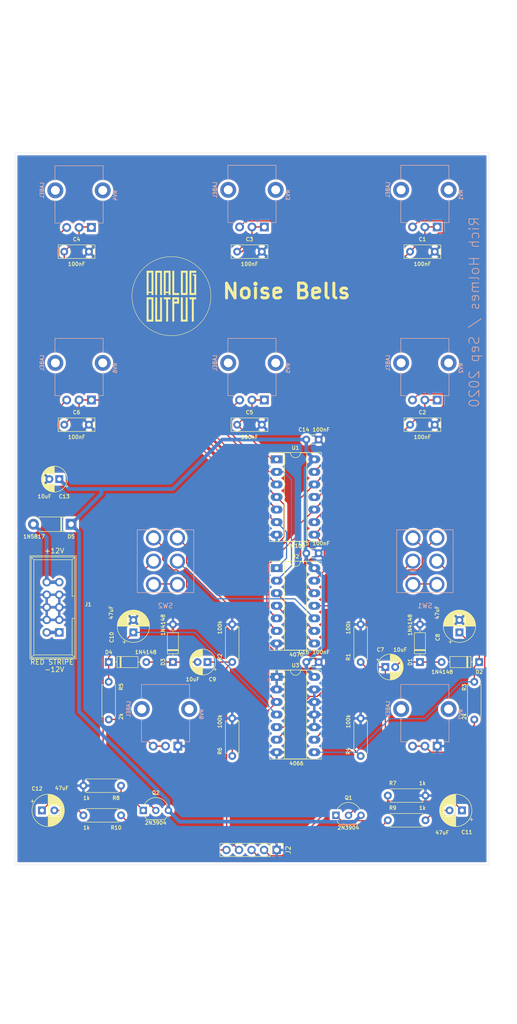
<source format=kicad_pcb>
(kicad_pcb (version 20171130) (host pcbnew 5.1.6-c6e7f7d~87~ubuntu20.04.1)
  (title_block (title "Noise Bells") (date 2020-09-05) (company "Rich Holmes / AnalogOutput"))
  (layers (0 F.Cu signal) (31 B.Cu signal) (34 B.Paste user) (35 F.Paste user) (36 B.SilkS user) (37 F.SilkS user) (38 B.Mask user) (39 F.Mask user) (44 Edge.Cuts user))
  (net 0 "")
  (net 1 GND)
  (net 2 "Net-(C1-Pad1)")
  (net 3 "Net-(C2-Pad1)")
  (net 4 "Net-(C3-Pad1)")
  (net 5 "Net-(C4-Pad1)")
  (net 6 "Net-(C5-Pad1)")
  (net 7 "Net-(C6-Pad1)")
  (net 8 "Net-(C7-Pad2)")
  (net 9 "Net-(C8-Pad1)")
  (net 10 "Net-(C9-Pad2)")
  (net 11 "Net-(C10-Pad1)")
  (net 12 "Net-(C11-Pad2)")
  (net 13 "Net-(C11-Pad1)")
  (net 14 "Net-(C12-Pad2)")
  (net 15 "Net-(C12-Pad1)")
  (net 16 +12V)
  (net 17 "Net-(U2-Pad3)")
  (net 18 "Net-(RV1-Pad3)")
  (net 19 "Net-(RV2-Pad3)")
  (net 20 "Net-(RV3-Pad3)")
  (net 21 "Net-(RV4-Pad3)")
  (net 22 "Net-(RV5-Pad3)")
  (net 23 "Net-(RV6-Pad3)")
  (net 24 "Net-(SW1-Pad3)")
  (net 25 "Net-(SW1-Pad4)")
  (net 26 "Net-(SW1-Pad5)")
  (net 27 TRIGGER_A)
  (net 28 TRIGGER_B)
  (net 29 OUT_B)
  (net 30 OUT_A)
  (net 31 "Net-(Q1-Pad2)")
  (net 32 "Net-(Q2-Pad2)")
  (net 33 "Net-(R3-Pad2)")
  (net 34 "Net-(R4-Pad1)")
  (net 35 "Net-(R5-Pad2)")
  (net 36 "Net-(R6-Pad1)")
  (net 37 "Net-(SW2-Pad3)")
  (net 38 "Net-(U2-Pad4)")
  (net 39 "Net-(SW2-Pad1)")
  (net 40 "Net-(SW2-Pad2)")
  (net 41 "Net-(J1-Pad1)")
  (net 42 "Net-(D5-Pad2)")
  (module ao_tht:Potentiometer_Alpha_RD901F-40-00D_Single_Vertical_CircularHoles_centered (layer B.Cu) (at 189.5 177.9 90)
    (fp_text reference RV8 (at -1.05 7.3 -90) (layer B.SilkS) (effects (font (size 0.75 0.75)) (justify mirror)))
    (fp_text value 100k)
    (fp_text user LABEL (at 0 -7.5 90) (layer B.SilkS) (effects (font (size 0.75 0.75)) (justify mirror)))
    (pad 1 thru_hole rect (at -7.5 2.5) (size 1.8 1.8) (drill 1) (layers *.Cu *.Mask) (net 1 GND))
    (pad 2 thru_hole circle (at -7.5 0) (size 1.8 1.8) (drill 1) (layers *.Cu *.Mask) (net 35 "Net-(R5-Pad2)"))
    (pad 3 thru_hole circle (at -7.5 -2.5) (size 1.8 1.8) (drill 1) (layers *.Cu *.Mask) (net 35 "Net-(R5-Pad2)"))
    (pad "" thru_hole circle (at 0 -4.8) (size 3.24 3.24) (drill 1.8) (layers *.Cu *.Mask))
    (pad "" thru_hole circle (at 0 4.8) (size 3.24 3.24) (drill 1.8) (layers *.Cu *.Mask))
  )
  (module ao_tht:Potentiometer_Alpha_RD901F-40-00D_Single_Vertical_CircularHoles_centered (layer B.Cu) (at 242 177.9 90)
    (fp_text reference RV7 (at -1.05 7.3 -90) (layer B.SilkS) (effects (font (size 0.75 0.75)) (justify mirror)))
    (fp_text value 100k)
    (fp_text user LABEL (at 0 -7.5 90) (layer B.SilkS) (effects (font (size 0.75 0.75)) (justify mirror)))
    (pad 1 thru_hole rect (at -7.5 2.5) (size 1.8 1.8) (drill 1) (layers *.Cu *.Mask) (net 1 GND))
    (pad 2 thru_hole circle (at -7.5 0) (size 1.8 1.8) (drill 1) (layers *.Cu *.Mask) (net 33 "Net-(R3-Pad2)"))
    (pad 3 thru_hole circle (at -7.5 -2.5) (size 1.8 1.8) (drill 1) (layers *.Cu *.Mask) (net 33 "Net-(R3-Pad2)"))
    (pad "" thru_hole circle (at 0 -4.8) (size 3.24 3.24) (drill 1.8) (layers *.Cu *.Mask))
    (pad "" thru_hole circle (at 0 4.8) (size 3.24 3.24) (drill 1.8) (layers *.Cu *.Mask))
  )
  (module ao_tht:Potentiometer_Alpha_RD901F-40-00D_Single_Vertical_CircularHoles_centered (layer B.Cu) (at 172 107.9 90)
    (fp_text reference RV6 (at -1.05 7.3 -90) (layer B.SilkS) (effects (font (size 0.75 0.75)) (justify mirror)))
    (fp_text value 100k)
    (fp_text user LABEL (at 0 -7.5 90) (layer B.SilkS) (effects (font (size 0.75 0.75)) (justify mirror)))
    (pad 1 thru_hole rect (at -7.5 2.5) (size 1.8 1.8) (drill 1) (layers *.Cu *.Mask) (net 7 "Net-(C6-Pad1)"))
    (pad 2 thru_hole circle (at -7.5 0) (size 1.8 1.8) (drill 1) (layers *.Cu *.Mask) (net 7 "Net-(C6-Pad1)"))
    (pad 3 thru_hole circle (at -7.5 -2.5) (size 1.8 1.8) (drill 1) (layers *.Cu *.Mask) (net 23 "Net-(RV6-Pad3)"))
    (pad "" thru_hole circle (at 0 -4.8) (size 3.24 3.24) (drill 1.8) (layers *.Cu *.Mask))
    (pad "" thru_hole circle (at 0 4.8) (size 3.24 3.24) (drill 1.8) (layers *.Cu *.Mask))
  )
  (module ao_tht:Potentiometer_Alpha_RD901F-40-00D_Single_Vertical_CircularHoles_centered (layer B.Cu) (at 207 107.9 90)
    (fp_text reference RV5 (at -1.05 7.3 -90) (layer B.SilkS) (effects (font (size 0.75 0.75)) (justify mirror)))
    (fp_text value 100k)
    (fp_text user LABEL (at 0 -7.5 90) (layer B.SilkS) (effects (font (size 0.75 0.75)) (justify mirror)))
    (pad 1 thru_hole rect (at -7.5 2.5) (size 1.8 1.8) (drill 1) (layers *.Cu *.Mask) (net 6 "Net-(C5-Pad1)"))
    (pad 2 thru_hole circle (at -7.5 0) (size 1.8 1.8) (drill 1) (layers *.Cu *.Mask) (net 6 "Net-(C5-Pad1)"))
    (pad 3 thru_hole circle (at -7.5 -2.5) (size 1.8 1.8) (drill 1) (layers *.Cu *.Mask) (net 22 "Net-(RV5-Pad3)"))
    (pad "" thru_hole circle (at 0 -4.8) (size 3.24 3.24) (drill 1.8) (layers *.Cu *.Mask))
    (pad "" thru_hole circle (at 0 4.8) (size 3.24 3.24) (drill 1.8) (layers *.Cu *.Mask))
  )
  (module ao_tht:Potentiometer_Alpha_RD901F-40-00D_Single_Vertical_CircularHoles_centered (layer B.Cu) (at 172 73 90)
    (fp_text reference RV4 (at -1.05 7.3 -90) (layer B.SilkS) (effects (font (size 0.75 0.75)) (justify mirror)))
    (fp_text value 100k)
    (fp_text user LABEL (at 0 -7.5 90) (layer B.SilkS) (effects (font (size 0.75 0.75)) (justify mirror)))
    (pad 1 thru_hole rect (at -7.5 2.5) (size 1.8 1.8) (drill 1) (layers *.Cu *.Mask) (net 5 "Net-(C4-Pad1)"))
    (pad 2 thru_hole circle (at -7.5 0) (size 1.8 1.8) (drill 1) (layers *.Cu *.Mask) (net 5 "Net-(C4-Pad1)"))
    (pad 3 thru_hole circle (at -7.5 -2.5) (size 1.8 1.8) (drill 1) (layers *.Cu *.Mask) (net 21 "Net-(RV4-Pad3)"))
    (pad "" thru_hole circle (at 0 -4.8) (size 3.24 3.24) (drill 1.8) (layers *.Cu *.Mask))
    (pad "" thru_hole circle (at 0 4.8) (size 3.24 3.24) (drill 1.8) (layers *.Cu *.Mask))
  )
  (module ao_tht:Potentiometer_Alpha_RD901F-40-00D_Single_Vertical_CircularHoles_centered (layer B.Cu) (at 207 72.9 90)
    (fp_text reference RV3 (at -1.05 7.3 -90) (layer B.SilkS) (effects (font (size 0.75 0.75)) (justify mirror)))
    (fp_text value 100k)
    (fp_text user LABEL (at 0 -7.5 90) (layer B.SilkS) (effects (font (size 0.75 0.75)) (justify mirror)))
    (pad 1 thru_hole rect (at -7.5 2.5) (size 1.8 1.8) (drill 1) (layers *.Cu *.Mask) (net 4 "Net-(C3-Pad1)"))
    (pad 2 thru_hole circle (at -7.5 0) (size 1.8 1.8) (drill 1) (layers *.Cu *.Mask) (net 4 "Net-(C3-Pad1)"))
    (pad 3 thru_hole circle (at -7.5 -2.5) (size 1.8 1.8) (drill 1) (layers *.Cu *.Mask) (net 20 "Net-(RV3-Pad3)"))
    (pad "" thru_hole circle (at 0 -4.8) (size 3.24 3.24) (drill 1.8) (layers *.Cu *.Mask))
    (pad "" thru_hole circle (at 0 4.8) (size 3.24 3.24) (drill 1.8) (layers *.Cu *.Mask))
  )
  (module ao_tht:Potentiometer_Alpha_RD901F-40-00D_Single_Vertical_CircularHoles_centered (layer B.Cu) (at 242 107.9 90)
    (fp_text reference RV2 (at -1.05 7.3 -90) (layer B.SilkS) (effects (font (size 0.75 0.75)) (justify mirror)))
    (fp_text value 100k)
    (fp_text user LABEL (at 0 -7.5 90) (layer B.SilkS) (effects (font (size 0.75 0.75)) (justify mirror)))
    (pad 1 thru_hole rect (at -7.5 2.5) (size 1.8 1.8) (drill 1) (layers *.Cu *.Mask) (net 3 "Net-(C2-Pad1)"))
    (pad 2 thru_hole circle (at -7.5 0) (size 1.8 1.8) (drill 1) (layers *.Cu *.Mask) (net 3 "Net-(C2-Pad1)"))
    (pad 3 thru_hole circle (at -7.5 -2.5) (size 1.8 1.8) (drill 1) (layers *.Cu *.Mask) (net 19 "Net-(RV2-Pad3)"))
    (pad "" thru_hole circle (at 0 -4.8) (size 3.24 3.24) (drill 1.8) (layers *.Cu *.Mask))
    (pad "" thru_hole circle (at 0 4.8) (size 3.24 3.24) (drill 1.8) (layers *.Cu *.Mask))
  )
  (module ao_tht:Potentiometer_Alpha_RD901F-40-00D_Single_Vertical_CircularHoles_centered (layer B.Cu) (at 242 72.9 90)
    (fp_text reference RV1 (at -1.05 7.3 -90) (layer B.SilkS) (effects (font (size 0.75 0.75)) (justify mirror)))
    (fp_text value 100k)
    (fp_text user LABEL (at 0 -7.5 90) (layer B.SilkS) (effects (font (size 0.75 0.75)) (justify mirror)))
    (pad 1 thru_hole rect (at -7.5 2.5) (size 1.8 1.8) (drill 1) (layers *.Cu *.Mask) (net 2 "Net-(C1-Pad1)"))
    (pad 2 thru_hole circle (at -7.5 0) (size 1.8 1.8) (drill 1) (layers *.Cu *.Mask) (net 2 "Net-(C1-Pad1)"))
    (pad 3 thru_hole circle (at -7.5 -2.5) (size 1.8 1.8) (drill 1) (layers *.Cu *.Mask) (net 18 "Net-(RV1-Pad3)"))
    (pad "" thru_hole circle (at 0 -4.8) (size 3.24 3.24) (drill 1.8) (layers *.Cu *.Mask))
    (pad "" thru_hole circle (at 0 4.8) (size 3.24 3.24) (drill 1.8) (layers *.Cu *.Mask))
  )
  (module noisebells_panel:noisebells_holes (layer B.Cu) (at 207 143 180)
    (fp_text reference G*** hide)
    (fp_text value LOGO hide)
  )
  (module ao_tht:DIP-14_W7.62mm_Socket_LongPads (layer F.Cu) (at 212 171.4)
    (fp_text reference U3 (at 3.81 -2.33) (layer F.SilkS) (effects (font (size 0.75 0.75))))
    (fp_text value 4066)
    (fp_text user %V (at 4 17.5) (layer F.SilkS) (effects (font (size 0.75 0.75))))
    (pad 14 thru_hole oval (at 7.62 0) (size 2.4 1.6) (drill 0.8) (layers *.Cu *.Mask) (net 16 +12V))
    (pad 7 thru_hole oval (at 0 15.24) (size 2.4 1.6) (drill 0.8) (layers *.Cu *.Mask) (net 1 GND))
    (pad 13 thru_hole oval (at 7.62 2.54) (size 2.4 1.6) (drill 0.8) (layers *.Cu *.Mask) (net 1 GND))
    (pad 6 thru_hole oval (at 0 12.7) (size 2.4 1.6) (drill 0.8) (layers *.Cu *.Mask) (net 25 "Net-(SW1-Pad4)"))
    (pad 12 thru_hole oval (at 7.62 5.08) (size 2.4 1.6) (drill 0.8) (layers *.Cu *.Mask) (net 1 GND))
    (pad 5 thru_hole oval (at 0 10.16) (size 2.4 1.6) (drill 0.8) (layers *.Cu *.Mask) (net 39 "Net-(SW2-Pad1)"))
    (pad 11 thru_hole oval (at 7.62 7.62) (size 2.4 1.6) (drill 0.8) (layers *.Cu *.Mask) (net 1 GND))
    (pad 4 thru_hole oval (at 0 7.62) (size 2.4 1.6) (drill 0.8) (layers *.Cu *.Mask) (net 11 "Net-(C10-Pad1)"))
    (pad 10 thru_hole oval (at 7.62 10.16) (size 2.4 1.6) (drill 0.8) (layers *.Cu *.Mask) (net 1 GND))
    (pad 3 thru_hole oval (at 0 5.08) (size 2.4 1.6) (drill 0.8) (layers *.Cu *.Mask) (net 36 "Net-(R6-Pad1)"))
    (pad 9 thru_hole oval (at 7.62 12.7) (size 2.4 1.6) (drill 0.8) (layers *.Cu *.Mask) (net 34 "Net-(R4-Pad1)"))
    (pad 2 thru_hole oval (at 0 2.54) (size 2.4 1.6) (drill 0.8) (layers *.Cu *.Mask) (net 1 GND))
    (pad 8 thru_hole oval (at 7.62 15.24) (size 2.4 1.6) (drill 0.8) (layers *.Cu *.Mask) (net 9 "Net-(C8-Pad1)"))
    (pad 1 thru_hole rect (at 0 0) (size 2.4 1.6) (drill 0.8) (layers *.Cu *.Mask) (net 1 GND))
  )
  (module ao_tht:DPDT-toggle-switch-1M-seriesx (layer B.Cu) (at 189.5 148)
    (fp_text reference SW2 (at 0 9) (layer B.SilkS) (effects (justify mirror)))
    (fp_text value SW_DPDT_x2)
    (pad 4 thru_hole circle (at -2.415 -4.7) (size 3.1 3.1) (drill 2.1) (layers *.Cu *.Mask) (net 36 "Net-(R6-Pad1)"))
    (pad 5 thru_hole circle (at -2.415 0) (size 3.1 3.1) (drill 2.1) (layers *.Cu *.Mask) (net 32 "Net-(Q2-Pad2)"))
    (pad 6 thru_hole circle (at -2.415 4.7) (size 3.1 3.1) (drill 2.1) (layers *.Cu *.Mask) (net 37 "Net-(SW2-Pad3)"))
    (pad 1 thru_hole circle (at 2.415 -4.7) (size 3.1 3.1) (drill 2.1) (layers *.Cu *.Mask) (net 39 "Net-(SW2-Pad1)"))
    (pad 3 thru_hole circle (at 2.415 4.7) (size 3.1 3.1) (drill 2.1) (layers *.Cu *.Mask) (net 37 "Net-(SW2-Pad3)"))
    (pad 2 thru_hole circle (at 2.415 0) (size 3.1 3.1) (drill 2.1) (layers *.Cu *.Mask) (net 40 "Net-(SW2-Pad2)"))
  )
  (module ao_tht:R_Axial_DIN0207_L6.3mm_D2.5mm_P7.62mm_Horizontal (layer F.Cu) (at 234.5 200.4)
    (fp_text reference R9 (at 1 -2.5) (layer F.SilkS) (effects (font (size 0.75 0.75))))
    (fp_text value 1k (at 7 -2.5) (layer F.SilkS) (effects (font (size 0.75 0.75))))
    (pad 2 thru_hole oval (at 7.62 0) (size 1.6 1.6) (drill 0.8) (layers *.Cu *.Mask) (net 12 "Net-(C11-Pad2)"))
    (pad 1 thru_hole circle (at 0 0) (size 1.6 1.6) (drill 0.8) (layers *.Cu *.Mask) (net 30 OUT_A))
  )
  (module ao_tht:CP_Radial_D6.3mm_P2.50mm (layer F.Cu) (at 249 162.4 90)
    (fp_text reference C8 (at -1 -4.4 90) (layer F.SilkS) (effects (font (size 0.75 0.75))))
    (fp_text value 47uF)
    (fp_text user %V (at 4 -4.5 90) (layer F.SilkS) (effects (font (size 0.75 0.75))))
    (pad 2 thru_hole circle (at 2.5 0 90) (size 1.6 1.6) (drill 0.8) (layers *.Cu *.Mask) (net 1 GND))
    (pad 1 thru_hole rect (at 0 0 90) (size 1.6 1.6) (drill 0.8) (layers *.Cu *.Mask) (net 9 "Net-(C8-Pad1)"))
  )
  (module ao_tht:CP_Radial_D6.3mm_P2.50mm (layer F.Cu) (at 183 162.4 90)
    (fp_text reference C10 (at -1 -4.4 90) (layer F.SilkS) (effects (font (size 0.75 0.75))))
    (fp_text value 47uF)
    (fp_text user %V (at 4 -4.5 90) (layer F.SilkS) (effects (font (size 0.75 0.75))))
    (pad 2 thru_hole circle (at 2.5 0 90) (size 1.6 1.6) (drill 0.8) (layers *.Cu *.Mask) (net 1 GND))
    (pad 1 thru_hole rect (at 0 0 90) (size 1.6 1.6) (drill 0.8) (layers *.Cu *.Mask) (net 11 "Net-(C10-Pad1)"))
  )
  (module ao_tht:D_DO-41_SOD81_P7.62mm_Horizontal (layer F.Cu) (at 170.388 140.524 180)
    (fp_text reference D5 (at 0 -2.5) (layer F.SilkS) (effects (font (size 0.75 0.75))))
    (fp_text value 1N5817)
    (fp_text user %V (at 7.5 -2.5) (layer F.SilkS) (effects (font (size 0.75 0.75))))
    (pad 2 thru_hole oval (at 7.62 0 180) (size 2.2 2.2) (drill 1.1) (layers *.Cu *.Mask) (net 42 "Net-(D5-Pad2)"))
    (pad 1 thru_hole rect (at 0 0 180) (size 2.2 2.2) (drill 1.1) (layers *.Cu *.Mask) (net 16 +12V))
  )
  (module Connector_PinHeader_2.54mm:PinHeader_1x05_P2.54mm_Vertical (layer F.Cu) (at 212 206.4 270)
    (fp_text reference J2 (at 0 -2.33 90) (layer F.SilkS))
    (fp_text value Conn_01x05)
    (pad 5 thru_hole oval (at 0 10.16 270) (size 1.7 1.7) (drill 1) (layers *.Cu *.Mask) (net 29 OUT_B))
    (pad 4 thru_hole oval (at 0 7.62 270) (size 1.7 1.7) (drill 1) (layers *.Cu *.Mask) (net 28 TRIGGER_B))
    (pad 3 thru_hole oval (at 0 5.08 270) (size 1.7 1.7) (drill 1) (layers *.Cu *.Mask) (net 30 OUT_A))
    (pad 2 thru_hole oval (at 0 2.54 270) (size 1.7 1.7) (drill 1) (layers *.Cu *.Mask) (net 27 TRIGGER_A))
    (pad 1 thru_hole rect (at 0 0 270) (size 1.7 1.7) (drill 1) (layers *.Cu *.Mask) (net 1 GND))
  )
  (module ao_tht:C_Disc_D3.0mm_W1.6mm_P2.50mm (layer F.Cu) (at 218 168.4)
    (fp_text reference C16 (at -0.5 -2) (layer F.SilkS) (effects (font (size 0.75 0.75))))
    (fp_text value 100nF)
    (fp_text user %V (at 3 -2) (layer F.SilkS) (effects (font (size 0.75 0.75))))
    (pad 2 thru_hole circle (at 2.5 0) (size 1.6 1.6) (drill 0.8) (layers *.Cu *.Mask) (net 1 GND))
    (pad 1 thru_hole circle (at 0 0) (size 1.6 1.6) (drill 0.8) (layers *.Cu *.Mask) (net 16 +12V))
  )
  (module ao_tht:C_Disc_D3.0mm_W1.6mm_P2.50mm (layer F.Cu) (at 218 146.4)
    (fp_text reference C15 (at -0.5 -2) (layer F.SilkS) (effects (font (size 0.75 0.75))))
    (fp_text value 100nF)
    (fp_text user %V (at 3 -2) (layer F.SilkS) (effects (font (size 0.75 0.75))))
    (pad 2 thru_hole circle (at 2.5 0) (size 1.6 1.6) (drill 0.8) (layers *.Cu *.Mask) (net 1 GND))
    (pad 1 thru_hole circle (at 0 0) (size 1.6 1.6) (drill 0.8) (layers *.Cu *.Mask) (net 16 +12V))
  )
  (module ao_tht:R_Axial_DIN0207_L6.3mm_D2.5mm_P7.62mm_Horizontal (layer F.Cu) (at 180.5 199.4 180)
    (fp_text reference R10 (at 1 -2.5) (layer F.SilkS) (effects (font (size 0.75 0.75))))
    (fp_text value 1k (at 7 -2.5) (layer F.SilkS) (effects (font (size 0.75 0.75))))
    (pad 2 thru_hole oval (at 7.62 0 180) (size 1.6 1.6) (drill 0.8) (layers *.Cu *.Mask) (net 14 "Net-(C12-Pad2)"))
    (pad 1 thru_hole circle (at 0 0 180) (size 1.6 1.6) (drill 0.8) (layers *.Cu *.Mask) (net 29 OUT_B))
  )
  (module ao_tht:C_Rect_L7.2mm_W2.5mm_P5.00mm_FKS2_FKP2_MKS2_MKP2 (layer F.Cu) (at 169 120.4)
    (fp_text reference C6 (at 2.5 -2.5) (layer F.SilkS) (effects (font (size 0.75 0.75))))
    (fp_text value 100nF)
    (fp_text user %V (at 2.5 2.5) (layer F.SilkS) (effects (font (size 0.75 0.75))))
    (pad 2 thru_hole circle (at 5 0) (size 1.6 1.6) (drill 0.8) (layers *.Cu *.Mask) (net 1 GND))
    (pad 1 thru_hole circle (at 0 0) (size 1.6 1.6) (drill 0.8) (layers *.Cu *.Mask) (net 7 "Net-(C6-Pad1)"))
  )
  (module ao_tht:TO-92_Inline_Wide (layer F.Cu) (at 224 199.4)
    (fp_text reference Q1 (at 2.54 -3.56) (layer F.SilkS) (effects (font (size 0.75 0.75))))
    (fp_text value 2N3904)
    (fp_text user %V (at 2.5 2.5) (layer F.SilkS) (effects (font (size 0.75 0.75))))
    (pad 1 thru_hole rect (at 0 0 90) (size 1.5 1.5) (drill 0.8) (layers *.Cu *.Mask) (net 13 "Net-(C11-Pad1)"))
    (pad 3 thru_hole circle (at 5.08 0 90) (size 1.5 1.5) (drill 0.8) (layers *.Cu *.Mask) (net 16 +12V))
    (pad 2 thru_hole circle (at 2.54 0 90) (size 1.5 1.5) (drill 0.8) (layers *.Cu *.Mask) (net 31 "Net-(Q1-Pad2)"))
  )
  (module ao_tht:CP_Radial_D5.0mm_P2.00mm (layer F.Cu) (at 198 168.4 180)
    (fp_text reference C9 (at -1 -3.5) (layer F.SilkS) (effects (font (size 0.75 0.75))))
    (fp_text value 10uF)
    (fp_text user %V (at 3 -3.5) (layer F.SilkS) (effects (font (size 0.75 0.75))))
    (pad 2 thru_hole circle (at 2 0 180) (size 1.6 1.6) (drill 0.8) (layers *.Cu *.Mask) (net 10 "Net-(C9-Pad2)"))
    (pad 1 thru_hole rect (at 0 0 180) (size 1.6 1.6) (drill 0.8) (layers *.Cu *.Mask) (net 28 TRIGGER_B))
  )
  (module ao_tht:D_DO-35_SOD27_P7.62mm_Horizontal (layer F.Cu) (at 253 168.4 180)
    (fp_text reference D2 (at 0 -2) (layer F.SilkS) (effects (font (size 0.75 0.75))))
    (fp_text value 1N4148)
    (fp_text user %V (at 7.5 -2) (layer F.SilkS) (effects (font (size 0.75 0.75))))
    (pad 2 thru_hole oval (at 7.62 0 180) (size 1.6 1.6) (drill 0.8) (layers *.Cu *.Mask) (net 8 "Net-(C7-Pad2)"))
    (pad 1 thru_hole rect (at 0 0 180) (size 1.6 1.6) (drill 0.8) (layers *.Cu *.Mask) (net 9 "Net-(C8-Pad1)"))
  )
  (module ao_tht:R_Axial_DIN0207_L6.3mm_D2.5mm_P7.62mm_Horizontal (layer F.Cu) (at 229 168.4 90)
    (fp_text reference R1 (at 1 -2.5 90) (layer F.SilkS) (effects (font (size 0.75 0.75))))
    (fp_text value 100k (at 7 -2.5 90) (layer F.SilkS) (effects (font (size 0.75 0.75))))
    (pad 2 thru_hole oval (at 7.62 0 90) (size 1.6 1.6) (drill 0.8) (layers *.Cu *.Mask) (net 1 GND))
    (pad 1 thru_hole circle (at 0 0 90) (size 1.6 1.6) (drill 0.8) (layers *.Cu *.Mask) (net 27 TRIGGER_A))
  )
  (module ao_tht:DIP-14_W7.62mm_Socket_LongPads (layer F.Cu) (at 212 149.4)
    (fp_text reference U2 (at 3.81 -2.33) (layer F.SilkS) (effects (font (size 0.75 0.75))))
    (fp_text value 4070)
    (fp_text user %V (at 4 17.5) (layer F.SilkS) (effects (font (size 0.75 0.75))))
    (pad 14 thru_hole oval (at 7.62 0) (size 2.4 1.6) (drill 0.8) (layers *.Cu *.Mask) (net 16 +12V))
    (pad 7 thru_hole oval (at 0 15.24) (size 2.4 1.6) (drill 0.8) (layers *.Cu *.Mask) (net 1 GND))
    (pad 13 thru_hole oval (at 7.62 2.54) (size 2.4 1.6) (drill 0.8) (layers *.Cu *.Mask) (net 19 "Net-(RV2-Pad3)"))
    (pad 6 thru_hole oval (at 0 12.7) (size 2.4 1.6) (drill 0.8) (layers *.Cu *.Mask) (net 21 "Net-(RV4-Pad3)"))
    (pad 12 thru_hole oval (at 7.62 5.08) (size 2.4 1.6) (drill 0.8) (layers *.Cu *.Mask) (net 18 "Net-(RV1-Pad3)"))
    (pad 5 thru_hole oval (at 0 10.16) (size 2.4 1.6) (drill 0.8) (layers *.Cu *.Mask) (net 20 "Net-(RV3-Pad3)"))
    (pad 11 thru_hole oval (at 7.62 7.62) (size 2.4 1.6) (drill 0.8) (layers *.Cu *.Mask) (net 26 "Net-(SW1-Pad5)"))
    (pad 4 thru_hole oval (at 0 7.62) (size 2.4 1.6) (drill 0.8) (layers *.Cu *.Mask) (net 38 "Net-(U2-Pad4)"))
    (pad 10 thru_hole oval (at 7.62 10.16) (size 2.4 1.6) (drill 0.8) (layers *.Cu *.Mask) (net 40 "Net-(SW2-Pad2)"))
    (pad 3 thru_hole oval (at 0 5.08) (size 2.4 1.6) (drill 0.8) (layers *.Cu *.Mask) (net 17 "Net-(U2-Pad3)"))
    (pad 9 thru_hole oval (at 7.62 12.7) (size 2.4 1.6) (drill 0.8) (layers *.Cu *.Mask) (net 17 "Net-(U2-Pad3)"))
    (pad 2 thru_hole oval (at 0 2.54) (size 2.4 1.6) (drill 0.8) (layers *.Cu *.Mask) (net 22 "Net-(RV5-Pad3)"))
    (pad 8 thru_hole oval (at 7.62 15.24) (size 2.4 1.6) (drill 0.8) (layers *.Cu *.Mask) (net 38 "Net-(U2-Pad4)"))
    (pad 1 thru_hole rect (at 0 0) (size 2.4 1.6) (drill 0.8) (layers *.Cu *.Mask) (net 23 "Net-(RV6-Pad3)"))
  )
  (module ao_tht:C_Rect_L7.2mm_W2.5mm_P5.00mm_FKS2_FKP2_MKS2_MKP2 (layer F.Cu) (at 204 85.4)
    (fp_text reference C3 (at 2.5 -2.5) (layer F.SilkS) (effects (font (size 0.75 0.75))))
    (fp_text value 100nF)
    (fp_text user %V (at 2.5 2.5) (layer F.SilkS) (effects (font (size 0.75 0.75))))
    (pad 2 thru_hole circle (at 5 0) (size 1.6 1.6) (drill 0.8) (layers *.Cu *.Mask) (net 1 GND))
    (pad 1 thru_hole circle (at 0 0) (size 1.6 1.6) (drill 0.8) (layers *.Cu *.Mask) (net 4 "Net-(C3-Pad1)"))
  )
  (module ao_tht:C_Rect_L7.2mm_W2.5mm_P5.00mm_FKS2_FKP2_MKS2_MKP2 (layer F.Cu) (at 239 120.4)
    (fp_text reference C2 (at 2.5 -2.5) (layer F.SilkS) (effects (font (size 0.75 0.75))))
    (fp_text value 100nF)
    (fp_text user %V (at 2.5 2.5) (layer F.SilkS) (effects (font (size 0.75 0.75))))
    (pad 2 thru_hole circle (at 5 0) (size 1.6 1.6) (drill 0.8) (layers *.Cu *.Mask) (net 1 GND))
    (pad 1 thru_hole circle (at 0 0) (size 1.6 1.6) (drill 0.8) (layers *.Cu *.Mask) (net 3 "Net-(C2-Pad1)"))
  )
  (module ao_tht:C_Rect_L7.2mm_W2.5mm_P5.00mm_FKS2_FKP2_MKS2_MKP2 (layer F.Cu) (at 169 85.4)
    (fp_text reference C4 (at 2.5 -2.5) (layer F.SilkS) (effects (font (size 0.75 0.75))))
    (fp_text value 100nF)
    (fp_text user %V (at 2.5 2.5) (layer F.SilkS) (effects (font (size 0.75 0.75))))
    (pad 2 thru_hole circle (at 5 0) (size 1.6 1.6) (drill 0.8) (layers *.Cu *.Mask) (net 1 GND))
    (pad 1 thru_hole circle (at 0 0) (size 1.6 1.6) (drill 0.8) (layers *.Cu *.Mask) (net 5 "Net-(C4-Pad1)"))
  )
  (module ao_tht:C_Rect_L7.2mm_W2.5mm_P5.00mm_FKS2_FKP2_MKS2_MKP2 (layer F.Cu) (at 204 120.4)
    (fp_text reference C5 (at 2.5 -2.5) (layer F.SilkS) (effects (font (size 0.75 0.75))))
    (fp_text value 100nF)
    (fp_text user %V (at 2.5 2.5) (layer F.SilkS) (effects (font (size 0.75 0.75))))
    (pad 2 thru_hole circle (at 5 0) (size 1.6 1.6) (drill 0.8) (layers *.Cu *.Mask) (net 1 GND))
    (pad 1 thru_hole circle (at 0 0) (size 1.6 1.6) (drill 0.8) (layers *.Cu *.Mask) (net 6 "Net-(C5-Pad1)"))
  )
  (module ao_tht:CP_Radial_D5.0mm_P2.00mm (layer F.Cu) (at 168 131.4 180)
    (fp_text reference C13 (at -1 -3.5) (layer F.SilkS) (effects (font (size 0.75 0.75))))
    (fp_text value 10uF)
    (fp_text user %V (at 3 -3.5) (layer F.SilkS) (effects (font (size 0.75 0.75))))
    (pad 2 thru_hole circle (at 2 0 180) (size 1.6 1.6) (drill 0.8) (layers *.Cu *.Mask) (net 1 GND))
    (pad 1 thru_hole rect (at 0 0 180) (size 1.6 1.6) (drill 0.8) (layers *.Cu *.Mask) (net 16 +12V))
  )
  (module ao_tht:TO-92_Inline_Wide (layer F.Cu) (at 185 198.4)
    (fp_text reference Q2 (at 2.54 -3.56) (layer F.SilkS) (effects (font (size 0.75 0.75))))
    (fp_text value 2N3904)
    (fp_text user %V (at 2.5 2.5) (layer F.SilkS) (effects (font (size 0.75 0.75))))
    (pad 1 thru_hole rect (at 0 0 90) (size 1.5 1.5) (drill 0.8) (layers *.Cu *.Mask) (net 15 "Net-(C12-Pad1)"))
    (pad 3 thru_hole circle (at 5.08 0 90) (size 1.5 1.5) (drill 0.8) (layers *.Cu *.Mask) (net 16 +12V))
    (pad 2 thru_hole circle (at 2.54 0 90) (size 1.5 1.5) (drill 0.8) (layers *.Cu *.Mask) (net 32 "Net-(Q2-Pad2)"))
  )
  (module ao_tht:C_Rect_L7.2mm_W2.5mm_P5.00mm_FKS2_FKP2_MKS2_MKP2 (layer F.Cu) (at 239 85.4)
    (fp_text reference C1 (at 2.5 -2.5) (layer F.SilkS) (effects (font (size 0.75 0.75))))
    (fp_text value 100nF)
    (fp_text user %V (at 2.5 2.5) (layer F.SilkS) (effects (font (size 0.75 0.75))))
    (pad 2 thru_hole circle (at 5 0) (size 1.6 1.6) (drill 0.8) (layers *.Cu *.Mask) (net 1 GND))
    (pad 1 thru_hole circle (at 0 0) (size 1.6 1.6) (drill 0.8) (layers *.Cu *.Mask) (net 2 "Net-(C1-Pad1)"))
  )
  (module ao_tht:D_DO-35_SOD27_P7.62mm_Horizontal (layer F.Cu) (at 178 168.4)
    (fp_text reference D4 (at 0 -2) (layer F.SilkS) (effects (font (size 0.75 0.75))))
    (fp_text value 1N4148)
    (fp_text user %V (at 7.5 -2) (layer F.SilkS) (effects (font (size 0.75 0.75))))
    (pad 2 thru_hole oval (at 7.62 0) (size 1.6 1.6) (drill 0.8) (layers *.Cu *.Mask) (net 10 "Net-(C9-Pad2)"))
    (pad 1 thru_hole rect (at 0 0) (size 1.6 1.6) (drill 0.8) (layers *.Cu *.Mask) (net 11 "Net-(C10-Pad1)"))
  )
  (module ao_tht:CP_Radial_D6.3mm_P2.50mm (layer F.Cu) (at 249.5 198.4 180)
    (fp_text reference C11 (at -1 -4.4) (layer F.SilkS) (effects (font (size 0.75 0.75))))
    (fp_text value 47uF)
    (fp_text user %V (at 4 -4.5) (layer F.SilkS) (effects (font (size 0.75 0.75))))
    (pad 2 thru_hole circle (at 2.5 0 180) (size 1.6 1.6) (drill 0.8) (layers *.Cu *.Mask) (net 12 "Net-(C11-Pad2)"))
    (pad 1 thru_hole rect (at 0 0 180) (size 1.6 1.6) (drill 0.8) (layers *.Cu *.Mask) (net 13 "Net-(C11-Pad1)"))
  )
  (module ao_tht:DIP-14_W7.62mm_Socket_LongPads (layer F.Cu) (at 212 127.4)
    (fp_text reference U1 (at 3.81 -2.33) (layer F.SilkS) (effects (font (size 0.75 0.75))))
    (fp_text value 40106)
    (fp_text user %V (at 4 17.5) (layer F.SilkS) (effects (font (size 0.75 0.75))))
    (pad 14 thru_hole oval (at 7.62 0) (size 2.4 1.6) (drill 0.8) (layers *.Cu *.Mask) (net 16 +12V))
    (pad 7 thru_hole oval (at 0 15.24) (size 2.4 1.6) (drill 0.8) (layers *.Cu *.Mask) (net 1 GND))
    (pad 13 thru_hole oval (at 7.62 2.54) (size 2.4 1.6) (drill 0.8) (layers *.Cu *.Mask) (net 4 "Net-(C3-Pad1)"))
    (pad 6 thru_hole oval (at 0 12.7) (size 2.4 1.6) (drill 0.8) (layers *.Cu *.Mask) (net 23 "Net-(RV6-Pad3)"))
    (pad 12 thru_hole oval (at 7.62 5.08) (size 2.4 1.6) (drill 0.8) (layers *.Cu *.Mask) (net 20 "Net-(RV3-Pad3)"))
    (pad 5 thru_hole oval (at 0 10.16) (size 2.4 1.6) (drill 0.8) (layers *.Cu *.Mask) (net 7 "Net-(C6-Pad1)"))
    (pad 11 thru_hole oval (at 7.62 7.62) (size 2.4 1.6) (drill 0.8) (layers *.Cu *.Mask) (net 2 "Net-(C1-Pad1)"))
    (pad 4 thru_hole oval (at 0 7.62) (size 2.4 1.6) (drill 0.8) (layers *.Cu *.Mask) (net 21 "Net-(RV4-Pad3)"))
    (pad 10 thru_hole oval (at 7.62 10.16) (size 2.4 1.6) (drill 0.8) (layers *.Cu *.Mask) (net 18 "Net-(RV1-Pad3)"))
    (pad 3 thru_hole oval (at 0 5.08) (size 2.4 1.6) (drill 0.8) (layers *.Cu *.Mask) (net 5 "Net-(C4-Pad1)"))
    (pad 9 thru_hole oval (at 7.62 12.7) (size 2.4 1.6) (drill 0.8) (layers *.Cu *.Mask) (net 3 "Net-(C2-Pad1)"))
    (pad 2 thru_hole oval (at 0 2.54) (size 2.4 1.6) (drill 0.8) (layers *.Cu *.Mask) (net 22 "Net-(RV5-Pad3)"))
    (pad 8 thru_hole oval (at 7.62 15.24) (size 2.4 1.6) (drill 0.8) (layers *.Cu *.Mask) (net 19 "Net-(RV2-Pad3)"))
    (pad 1 thru_hole rect (at 0 0) (size 2.4 1.6) (drill 0.8) (layers *.Cu *.Mask) (net 6 "Net-(C5-Pad1)"))
  )
  (module ao_tht:DPDT-toggle-switch-1M-seriesx (layer B.Cu) (at 242 148)
    (fp_text reference SW1 (at 0 9) (layer B.SilkS) (effects (justify mirror)))
    (fp_text value SW_DPDT_x2)
    (pad 4 thru_hole circle (at -2.415 -4.7) (size 3.1 3.1) (drill 2.1) (layers *.Cu *.Mask) (net 25 "Net-(SW1-Pad4)"))
    (pad 5 thru_hole circle (at -2.415 0) (size 3.1 3.1) (drill 2.1) (layers *.Cu *.Mask) (net 26 "Net-(SW1-Pad5)"))
    (pad 6 thru_hole circle (at -2.415 4.7) (size 3.1 3.1) (drill 2.1) (layers *.Cu *.Mask) (net 24 "Net-(SW1-Pad3)"))
    (pad 1 thru_hole circle (at 2.415 -4.7) (size 3.1 3.1) (drill 2.1) (layers *.Cu *.Mask) (net 34 "Net-(R4-Pad1)"))
    (pad 3 thru_hole circle (at 2.415 4.7) (size 3.1 3.1) (drill 2.1) (layers *.Cu *.Mask) (net 24 "Net-(SW1-Pad3)"))
    (pad 2 thru_hole circle (at 2.415 0) (size 3.1 3.1) (drill 2.1) (layers *.Cu *.Mask) (net 31 "Net-(Q1-Pad2)"))
  )
  (module ao_tht:R_Axial_DIN0207_L6.3mm_D2.5mm_P7.62mm_Horizontal (layer F.Cu) (at 252 172.4 270)
    (fp_text reference R3 (at 1.1 2 90) (layer F.SilkS) (effects (font (size 0.75 0.75))))
    (fp_text value 2k (at 7 2 90) (layer F.SilkS) (effects (font (size 0.75 0.75))))
    (pad 2 thru_hole oval (at 7.62 0 270) (size 1.6 1.6) (drill 0.8) (layers *.Cu *.Mask) (net 33 "Net-(R3-Pad2)"))
    (pad 1 thru_hole circle (at 0 0 270) (size 1.6 1.6) (drill 0.8) (layers *.Cu *.Mask) (net 9 "Net-(C8-Pad1)"))
  )
  (module ao_tht:D_DO-35_SOD27_P7.62mm_Horizontal (layer F.Cu) (at 241 168.4 90)
    (fp_text reference D1 (at 0 -2 90) (layer F.SilkS) (effects (font (size 0.75 0.75))))
    (fp_text value 1N4148)
    (fp_text user %V (at 7.5 -2 90) (layer F.SilkS) (effects (font (size 0.75 0.75))))
    (pad 2 thru_hole oval (at 7.62 0 90) (size 1.6 1.6) (drill 0.8) (layers *.Cu *.Mask) (net 1 GND))
    (pad 1 thru_hole rect (at 0 0 90) (size 1.6 1.6) (drill 0.8) (layers *.Cu *.Mask) (net 8 "Net-(C7-Pad2)"))
  )
  (module ao_tht:R_Axial_DIN0207_L6.3mm_D2.5mm_P7.62mm_Horizontal (layer F.Cu) (at 178 172.4 270)
    (fp_text reference R5 (at 1 -2.5 90) (layer F.SilkS) (effects (font (size 0.75 0.75))))
    (fp_text value 2k (at 7 -2.5 90) (layer F.SilkS) (effects (font (size 0.75 0.75))))
    (pad 2 thru_hole oval (at 7.62 0 270) (size 1.6 1.6) (drill 0.8) (layers *.Cu *.Mask) (net 35 "Net-(R5-Pad2)"))
    (pad 1 thru_hole circle (at 0 0 270) (size 1.6 1.6) (drill 0.8) (layers *.Cu *.Mask) (net 11 "Net-(C10-Pad1)"))
  )
  (module ao_tht:CP_Radial_D6.3mm_P2.50mm (layer F.Cu) (at 164.5 198.4)
    (fp_text reference C12 (at -1 -4.4) (layer F.SilkS) (effects (font (size 0.75 0.75))))
    (fp_text value 47uF)
    (fp_text user %V (at 4 -4.5) (layer F.SilkS) (effects (font (size 0.75 0.75))))
    (pad 2 thru_hole circle (at 2.5 0) (size 1.6 1.6) (drill 0.8) (layers *.Cu *.Mask) (net 14 "Net-(C12-Pad2)"))
    (pad 1 thru_hole rect (at 0 0) (size 1.6 1.6) (drill 0.8) (layers *.Cu *.Mask) (net 15 "Net-(C12-Pad1)"))
  )
  (module ao_tht:R_Axial_DIN0207_L6.3mm_D2.5mm_P7.62mm_Horizontal (layer F.Cu) (at 229 187.4 90)
    (fp_text reference R4 (at 1 -2.5 90) (layer F.SilkS) (effects (font (size 0.75 0.75))))
    (fp_text value 100k (at 7 -2.5 90) (layer F.SilkS) (effects (font (size 0.75 0.75))))
    (pad 2 thru_hole oval (at 7.62 0 90) (size 1.6 1.6) (drill 0.8) (layers *.Cu *.Mask) (net 1 GND))
    (pad 1 thru_hole circle (at 0 0 90) (size 1.6 1.6) (drill 0.8) (layers *.Cu *.Mask) (net 34 "Net-(R4-Pad1)"))
  )
  (module ao_tht:R_Axial_DIN0207_L6.3mm_D2.5mm_P7.62mm_Horizontal (layer F.Cu) (at 203 187.4 90)
    (fp_text reference R6 (at 1 -2.5 90) (layer F.SilkS) (effects (font (size 0.75 0.75))))
    (fp_text value 100k (at 7 -2.5 90) (layer F.SilkS) (effects (font (size 0.75 0.75))))
    (pad 2 thru_hole oval (at 7.62 0 90) (size 1.6 1.6) (drill 0.8) (layers *.Cu *.Mask) (net 1 GND))
    (pad 1 thru_hole circle (at 0 0 90) (size 1.6 1.6) (drill 0.8) (layers *.Cu *.Mask) (net 36 "Net-(R6-Pad1)"))
  )
  (module ao_tht:R_Axial_DIN0207_L6.3mm_D2.5mm_P7.62mm_Horizontal (layer F.Cu) (at 234.5 195.4)
    (fp_text reference R7 (at 1 -2.5) (layer F.SilkS) (effects (font (size 0.75 0.75))))
    (fp_text value 1k (at 7 -2.5) (layer F.SilkS) (effects (font (size 0.75 0.75))))
    (pad 2 thru_hole oval (at 7.62 0) (size 1.6 1.6) (drill 0.8) (layers *.Cu *.Mask) (net 1 GND))
    (pad 1 thru_hole circle (at 0 0) (size 1.6 1.6) (drill 0.8) (layers *.Cu *.Mask) (net 13 "Net-(C11-Pad1)"))
  )
  (module ao_tht:R_Axial_DIN0207_L6.3mm_D2.5mm_P7.62mm_Horizontal (layer F.Cu) (at 180.5 193.4 180)
    (fp_text reference R8 (at 1 -2.5) (layer F.SilkS) (effects (font (size 0.75 0.75))))
    (fp_text value 1k (at 7 -2.5) (layer F.SilkS) (effects (font (size 0.75 0.75))))
    (pad 2 thru_hole oval (at 7.62 0 180) (size 1.6 1.6) (drill 0.8) (layers *.Cu *.Mask) (net 1 GND))
    (pad 1 thru_hole circle (at 0 0 180) (size 1.6 1.6) (drill 0.8) (layers *.Cu *.Mask) (net 15 "Net-(C12-Pad1)"))
  )
  (module ao_tht:CP_Radial_D5.0mm_P2.00mm (layer F.Cu) (at 234 169.4)
    (fp_text reference C7 (at -1 -3.5) (layer F.SilkS) (effects (font (size 0.75 0.75))))
    (fp_text value 10uF)
    (fp_text user %V (at 3 -3.5) (layer F.SilkS) (effects (font (size 0.75 0.75))))
    (pad 2 thru_hole circle (at 2 0) (size 1.6 1.6) (drill 0.8) (layers *.Cu *.Mask) (net 8 "Net-(C7-Pad2)"))
    (pad 1 thru_hole rect (at 0 0) (size 1.6 1.6) (drill 0.8) (layers *.Cu *.Mask) (net 27 TRIGGER_A))
  )
  (module ao_tht:D_DO-35_SOD27_P7.62mm_Horizontal (layer F.Cu) (at 191 168.4 90)
    (fp_text reference D3 (at 0 -2 90) (layer F.SilkS) (effects (font (size 0.75 0.75))))
    (fp_text value 1N4148)
    (fp_text user %V (at 7.5 -2 90) (layer F.SilkS) (effects (font (size 0.75 0.75))))
    (pad 2 thru_hole oval (at 7.62 0 90) (size 1.6 1.6) (drill 0.8) (layers *.Cu *.Mask) (net 1 GND))
    (pad 1 thru_hole rect (at 0 0 90) (size 1.6 1.6) (drill 0.8) (layers *.Cu *.Mask) (net 10 "Net-(C9-Pad2)"))
  )
  (module ao_tht:R_Axial_DIN0207_L6.3mm_D2.5mm_P7.62mm_Horizontal (layer F.Cu) (at 203 168.4 90)
    (fp_text reference R2 (at 1 -2.5 90) (layer F.SilkS) (effects (font (size 0.75 0.75))))
    (fp_text value 100k (at 7 -2.5 90) (layer F.SilkS) (effects (font (size 0.75 0.75))))
    (pad 2 thru_hole oval (at 7.62 0 90) (size 1.6 1.6) (drill 0.8) (layers *.Cu *.Mask) (net 1 GND))
    (pad 1 thru_hole circle (at 0 0 90) (size 1.6 1.6) (drill 0.8) (layers *.Cu *.Mask) (net 28 TRIGGER_B))
  )
  (module ao_tht:C_Disc_D3.0mm_W1.6mm_P2.50mm (layer F.Cu) (at 218 123.4)
    (fp_text reference C14 (at -0.5 -2) (layer F.SilkS) (effects (font (size 0.75 0.75))))
    (fp_text value 100nF)
    (fp_text user %V (at 3 -2) (layer F.SilkS) (effects (font (size 0.75 0.75))))
    (pad 2 thru_hole circle (at 2.5 0) (size 1.6 1.6) (drill 0.8) (layers *.Cu *.Mask) (net 1 GND))
    (pad 1 thru_hole circle (at 0 0) (size 1.6 1.6) (drill 0.8) (layers *.Cu *.Mask) (net 16 +12V))
  )
  (module ao_tht:Power_Header (layer F.Cu) (at 168 162.4 180)
    (fp_text reference J1 (at -5.85 5.67) (layer F.SilkS) (effects (font (size 0.75 0.75))))
    (fp_text value Synth_power_2x5)
    (fp_text user "RED STRIPE" (at 1.5 -6) (layer F.SilkS))
    (fp_text user -12V (at 1 -7.5) (layer F.SilkS))
    (fp_text user +12V (at 1 16.5) (layer F.SilkS))
    (pad 10 thru_hole oval (at 2.54 10.16 180) (size 1.7272 1.7272) (drill 1.016) (layers *.Cu *.Mask) (net 42 "Net-(D5-Pad2)"))
    (pad 9 thru_hole oval (at 0 10.16 180) (size 1.7272 1.7272) (drill 1.016) (layers *.Cu *.Mask) (net 42 "Net-(D5-Pad2)"))
    (pad 8 thru_hole oval (at 2.54 7.62 180) (size 1.7272 1.7272) (drill 1.016) (layers *.Cu *.Mask) (net 1 GND))
    (pad 7 thru_hole oval (at 0 7.62 180) (size 1.7272 1.7272) (drill 1.016) (layers *.Cu *.Mask) (net 1 GND))
    (pad 6 thru_hole oval (at 2.54 5.08 180) (size 1.7272 1.7272) (drill 1.016) (layers *.Cu *.Mask) (net 1 GND))
    (pad 5 thru_hole oval (at 0 5.08 180) (size 1.7272 1.7272) (drill 1.016) (layers *.Cu *.Mask) (net 1 GND))
    (pad 4 thru_hole oval (at 2.54 2.54 180) (size 1.7272 1.7272) (drill 1.016) (layers *.Cu *.Mask) (net 1 GND))
    (pad 3 thru_hole oval (at 0 2.54 180) (size 1.7272 1.7272) (drill 1.016) (layers *.Cu *.Mask) (net 1 GND))
    (pad 2 thru_hole oval (at 2.54 0 180) (size 1.7272 1.7272) (drill 1.016) (layers *.Cu *.Mask) (net 41 "Net-(J1-Pad1)"))
    (pad 1 thru_hole rect (at 0 0 180) (size 1.7272 1.7272) (drill 1.016) (layers *.Cu *.Mask) (net 41 "Net-(J1-Pad1)"))
  )
  (module ao_tht:analogoutput (layer F.Cu) (at 190.7 94.4)
    (fp_text reference G*** hide)
    (fp_text value LOGO hide)
  )
  (gr_line (start 255 65.4) (end 255 209.4) (layer Edge.Cuts) (width 0.05))
  (gr_line (start 159 209.4) (end 159 65.4) (layer Edge.Cuts) (width 0.05))
  (gr_text "Rich Holmes / Sep 2020 " (at 252 98.4 90) (layer B.SilkS) (effects (font (size 2 2)) (justify mirror)))
  (gr_text "Noise Bells" (at 214 93.4) (layer F.SilkS) (effects (font (size 3 3) (thickness 0.6))))
  (gr_line (start 159 65.4) (end 255 65.4) (layer Edge.Cuts) (width 0.05))
  (gr_line (start 255 209.4) (end 159 209.4) (layer Edge.Cuts) (width 0.05))
  (segment (start 225.54999 129.85001) (end 220.38 135.02) (width 0.25) (layer F.Cu) (net 2))
  (segment (start 244.5 80.4) (end 242 80.4) (width 0.25) (layer F.Cu) (net 2))
  (segment (start 220.38 135.02) (end 219.62 135.02) (width 0.25) (layer F.Cu) (net 2))
  (segment (start 239 85.4) (end 225.54999 98.85001) (width 0.25) (layer F.Cu) (net 2))
  (segment (start 225.54999 98.85001) (end 225.54999 129.85001) (width 0.25) (layer F.Cu) (net 2))
  (segment (start 242 80.4) (end 242 82.4) (width 0.25) (layer F.Cu) (net 2))
  (segment (start 242 82.4) (end 239 85.4) (width 0.25) (layer F.Cu) (net 2))
  (segment (start 242 117.4) (end 239 120.4) (width 0.25) (layer F.Cu) (net 3))
  (segment (start 244.5 115.4) (end 242 115.4) (width 0.25) (layer F.Cu) (net 3))
  (segment (start 219.62 139.78) (end 219.62 140.1) (width 0.25) (layer F.Cu) (net 3))
  (segment (start 239 120.4) (end 219.62 139.78) (width 0.25) (layer F.Cu) (net 3))
  (segment (start 242 115.4) (end 242 117.4) (width 0.25) (layer F.Cu) (net 3))
  (segment (start 214 83.4) (end 207 83.4) (width 0.25) (layer F.Cu) (net 4))
  (segment (start 207 82.4) (end 204 85.4) (width 0.25) (layer F.Cu) (net 4))
  (segment (start 207 80.4) (end 207 82.4) (width 0.25) (layer F.Cu) (net 4))
  (segment (start 223 92.4) (end 214 83.4) (width 0.25) (layer F.Cu) (net 4))
  (segment (start 219.62 129.94) (end 223 126.56) (width 0.25) (layer F.Cu) (net 4))
  (segment (start 223 126.56) (end 223 92.4) (width 0.25) (layer F.Cu) (net 4))
  (segment (start 205 85.4) (end 204 85.4) (width 0.25) (layer F.Cu) (net 4))
  (segment (start 207 83.4) (end 205 85.4) (width 0.25) (layer F.Cu) (net 4))
  (segment (start 209.5 80.4) (end 207 80.4) (width 0.25) (layer F.Cu) (net 4))
  (segment (start 172 82.4) (end 169 85.4) (width 0.25) (layer F.Cu) (net 5))
  (segment (start 169 89.48) (end 212 132.48) (width 0.25) (layer F.Cu) (net 5))
  (segment (start 174.5 80.4) (end 172 80.4) (width 0.25) (layer F.Cu) (net 5))
  (segment (start 169 85.4) (end 169 89.48) (width 0.25) (layer F.Cu) (net 5))
  (segment (start 172 80.4) (end 172 82.4) (width 0.25) (layer F.Cu) (net 5))
  (segment (start 211 127.4) (end 212 127.4) (width 0.25) (layer F.Cu) (net 6))
  (segment (start 204 120.4) (end 211 127.4) (width 0.25) (layer F.Cu) (net 6))
  (segment (start 207 115.4) (end 207 117.4) (width 0.25) (layer F.Cu) (net 6))
  (segment (start 209.5 115.4) (end 207 115.4) (width 0.25) (layer F.Cu) (net 6))
  (segment (start 207 117.4) (end 204 120.4) (width 0.25) (layer F.Cu) (net 6))
  (segment (start 172 117.4) (end 169 120.4) (width 0.25) (layer F.Cu) (net 7))
  (segment (start 174.5 115.4) (end 189.84 115.4) (width 0.25) (layer F.Cu) (net 7))
  (segment (start 189.84 115.4) (end 212 137.56) (width 0.25) (layer F.Cu) (net 7))
  (segment (start 172 115.4) (end 172 117.4) (width 0.25) (layer F.Cu) (net 7))
  (segment (start 174.5 115.4) (end 172 115.4) (width 0.25) (layer F.Cu) (net 7))
  (segment (start 237 168.4) (end 236 169.4) (width 0.25) (layer F.Cu) (net 8))
  (segment (start 245.38 168.4) (end 242 168.4) (width 0.25) (layer F.Cu) (net 8))
  (segment (start 241 168.4) (end 237 168.4) (width 0.25) (layer F.Cu) (net 8))
  (segment (start 242 168.4) (end 241 168.4) (width 0.25) (layer F.Cu) (net 8))
  (segment (start 252 169.4) (end 253 168.4) (width 0.25) (layer F.Cu) (net 9))
  (segment (start 253 166.4) (end 249 162.4) (width 0.25) (layer F.Cu) (net 9))
  (segment (start 252 172.4) (end 252 169.4) (width 0.25) (layer F.Cu) (net 9))
  (segment (start 253 168.4) (end 253 166.4) (width 0.25) (layer F.Cu) (net 9))
  (segment (start 241.976397 179.845001) (end 249.421398 172.4) (width 0.25) (layer B.Cu) (net 9))
  (segment (start 234.889997 179.845001) (end 241.976397 179.845001) (width 0.25) (layer B.Cu) (net 9))
  (segment (start 249.421398 172.4) (end 252 172.4) (width 0.25) (layer B.Cu) (net 9))
  (segment (start 228.094998 186.64) (end 234.889997 179.845001) (width 0.25) (layer B.Cu) (net 9))
  (segment (start 219.62 186.64) (end 228.094998 186.64) (width 0.25) (layer B.Cu) (net 9))
  (segment (start 191 168.4) (end 196 168.4) (width 0.25) (layer F.Cu) (net 10))
  (segment (start 185.62 168.4) (end 191 168.4) (width 0.25) (layer F.Cu) (net 10))
  (segment (start 178 167.4) (end 183 162.4) (width 0.25) (layer F.Cu) (net 11))
  (segment (start 178 168.4) (end 178 167.4) (width 0.25) (layer F.Cu) (net 11))
  (segment (start 178 172.4) (end 178 168.4) (width 0.25) (layer F.Cu) (net 11))
  (segment (start 195.38 162.4) (end 212 179.02) (width 0.25) (layer B.Cu) (net 11))
  (segment (start 183 162.4) (end 195.38 162.4) (width 0.25) (layer B.Cu) (net 11))
  (segment (start 244.12 198.4) (end 242.12 200.4) (width 0.25) (layer F.Cu) (net 12))
  (segment (start 247 198.4) (end 244.12 198.4) (width 0.25) (layer F.Cu) (net 12))
  (segment (start 247.63137 196.53137) (end 249.5 198.4) (width 0.25) (layer F.Cu) (net 13))
  (segment (start 234.5 196.53137) (end 247.63137 196.53137) (width 0.25) (layer F.Cu) (net 13))
  (segment (start 230.556369 200.475001) (end 234.5 196.53137) (width 0.25) (layer F.Cu) (net 13))
  (segment (start 224 199.4) (end 225.075001 200.475001) (width 0.25) (layer F.Cu) (net 13))
  (segment (start 225.075001 200.475001) (end 230.556369 200.475001) (width 0.25) (layer F.Cu) (net 13))
  (segment (start 234.5 196.53137) (end 234.5 195.4) (width 0.25) (layer F.Cu) (net 13))
  (segment (start 171.88 198.4) (end 172.88 199.4) (width 0.25) (layer F.Cu) (net 14))
  (segment (start 167 198.4) (end 171.88 198.4) (width 0.25) (layer F.Cu) (net 14))
  (segment (start 182.171002 195.571002) (end 185 198.4) (width 0.25) (layer F.Cu) (net 15))
  (segment (start 180.5 195.571002) (end 167.328998 195.571002) (width 0.25) (layer F.Cu) (net 15))
  (segment (start 167.328998 195.571002) (end 164.5 198.4) (width 0.25) (layer F.Cu) (net 15))
  (segment (start 180.5 195.571002) (end 182.171002 195.571002) (width 0.25) (layer F.Cu) (net 15))
  (segment (start 180.5 195.571002) (end 180.5 193.4) (width 0.25) (layer F.Cu) (net 15))
  (segment (start 170.388 140.524) (end 172 142.136) (width 0.75) (layer B.Cu) (net 16))
  (segment (start 190.08 198.4) (end 192.35502 200.67502) (width 0.75) (layer B.Cu) (net 16))
  (segment (start 176.5 133.4) (end 170 133.4) (width 0.75) (layer B.Cu) (net 16))
  (segment (start 225.854018 200.67502) (end 225.903999 200.725001) (width 0.75) (layer B.Cu) (net 16))
  (segment (start 172 142.136) (end 172 178.4) (width 0.75) (layer B.Cu) (net 16))
  (segment (start 218 147.78) (end 219.62 149.4) (width 0.75) (layer B.Cu) (net 16))
  (segment (start 173.436 137.476) (end 170.388 140.524) (width 0.75) (layer B.Cu) (net 16))
  (segment (start 227.80498 200.67502) (end 229.08 199.4) (width 0.75) (layer B.Cu) (net 16))
  (segment (start 172 178.4) (end 190.08 196.48) (width 0.75) (layer B.Cu) (net 16))
  (segment (start 222.789999 200.725001) (end 225.210001 200.725001) (width 0.75) (layer B.Cu) (net 16))
  (segment (start 201 123.4) (end 191 133.4) (width 0.75) (layer B.Cu) (net 16))
  (segment (start 192.35502 200.67502) (end 222.740018 200.67502) (width 0.75) (layer B.Cu) (net 16))
  (segment (start 191 133.4) (end 176.5 133.4) (width 0.75) (layer B.Cu) (net 16))
  (segment (start 218 168.4) (end 218 169.78) (width 0.75) (layer B.Cu) (net 16))
  (segment (start 170 133.4) (end 168 131.4) (width 0.75) (layer B.Cu) (net 16))
  (segment (start 217.84499 129.17501) (end 217.84499 146.24499) (width 0.75) (layer B.Cu) (net 16))
  (segment (start 227.176001 200.725001) (end 227.225982 200.67502) (width 0.75) (layer B.Cu) (net 16))
  (segment (start 218 125.78) (end 219.62 127.4) (width 0.75) (layer B.Cu) (net 16))
  (segment (start 222.740018 200.67502) (end 222.789999 200.725001) (width 0.75) (layer B.Cu) (net 16))
  (segment (start 227.225982 200.67502) (end 227.80498 200.67502) (width 0.75) (layer B.Cu) (net 16))
  (segment (start 225.259982 200.67502) (end 225.854018 200.67502) (width 0.75) (layer B.Cu) (net 16))
  (segment (start 219.62 127.4) (end 217.84499 129.17501) (width 0.75) (layer B.Cu) (net 16))
  (segment (start 225.903999 200.725001) (end 227.176001 200.725001) (width 0.75) (layer B.Cu) (net 16))
  (segment (start 190.08 196.48) (end 190.08 198.4) (width 0.75) (layer B.Cu) (net 16))
  (segment (start 176.5 133.4) (end 176.5 134.412) (width 0.75) (layer B.Cu) (net 16))
  (segment (start 218 123.4) (end 201 123.4) (width 0.75) (layer B.Cu) (net 16))
  (segment (start 176.5 134.412) (end 173.436 137.476) (width 0.75) (layer B.Cu) (net 16))
  (segment (start 218 169.78) (end 219.62 171.4) (width 0.75) (layer B.Cu) (net 16))
  (segment (start 218 146.4) (end 218 147.78) (width 0.75) (layer B.Cu) (net 16))
  (segment (start 217.84499 146.24499) (end 218 146.4) (width 0.75) (layer B.Cu) (net 16))
  (segment (start 218 123.4) (end 218 125.78) (width 0.75) (layer B.Cu) (net 16))
  (segment (start 225.210001 200.725001) (end 225.259982 200.67502) (width 0.75) (layer B.Cu) (net 16))
  (segment (start 218.204557 168.4) (end 218 168.4) (width 0.75) (layer B.Cu) (net 16))
  (segment (start 221.39501 151.17501) (end 221.39501 165.209547) (width 0.75) (layer B.Cu) (net 16))
  (segment (start 221.39501 165.209547) (end 218.204557 168.4) (width 0.75) (layer B.Cu) (net 16))
  (segment (start 219.62 149.4) (end 221.39501 151.17501) (width 0.75) (layer B.Cu) (net 16))
  (segment (start 212 154.48) (end 219.62 162.1) (width 0.25) (layer F.Cu) (net 17))
  (segment (start 219.62 137.56) (end 216.874999 140.305001) (width 0.25) (layer F.Cu) (net 18))
  (segment (start 240.725001 79.174999) (end 245.660001 79.174999) (width 0.25) (layer F.Cu) (net 18))
  (segment (start 227 99.4) (end 227 130.18) (width 0.25) (layer F.Cu) (net 18))
  (segment (start 239.5 80.4) (end 240.725001 79.174999) (width 0.25) (layer F.Cu) (net 18))
  (segment (start 245.725001 81.560001) (end 245.660001 81.625001) (width 0.25) (layer F.Cu) (net 18))
  (segment (start 245.660001 79.174999) (end 245.725001 79.239999) (width 0.25) (layer F.Cu) (net 18))
  (segment (start 216.874999 140.305001) (end 216.874999 151.734999) (width 0.25) (layer F.Cu) (net 18))
  (segment (start 245.725001 79.239999) (end 245.725001 81.560001) (width 0.25) (layer F.Cu) (net 18))
  (segment (start 216.874999 151.734999) (end 219.62 154.48) (width 0.25) (layer F.Cu) (net 18))
  (segment (start 244.774999 81.625001) (end 227 99.4) (width 0.25) (layer F.Cu) (net 18))
  (segment (start 245.660001 81.625001) (end 244.774999 81.625001) (width 0.25) (layer F.Cu) (net 18))
  (segment (start 227 130.18) (end 219.62 137.56) (width 0.25) (layer F.Cu) (net 18))
  (segment (start 239.5 115.4) (end 240.725001 114.174999) (width 0.25) (layer F.Cu) (net 19))
  (segment (start 221.625001 144.645001) (end 221.625001 149.934999) (width 0.25) (layer F.Cu) (net 19))
  (segment (start 245.660001 114.174999) (end 245.725001 114.239999) (width 0.25) (layer F.Cu) (net 19))
  (segment (start 245.725001 116.534999) (end 219.62 142.64) (width 0.25) (layer F.Cu) (net 19))
  (segment (start 240.725001 114.174999) (end 245.660001 114.174999) (width 0.25) (layer F.Cu) (net 19))
  (segment (start 245.725001 114.239999) (end 245.725001 116.534999) (width 0.25) (layer F.Cu) (net 19))
  (segment (start 221.625001 149.934999) (end 219.62 151.94) (width 0.25) (layer F.Cu) (net 19))
  (segment (start 219.62 142.64) (end 221.625001 144.645001) (width 0.25) (layer F.Cu) (net 19))
  (segment (start 224 92.457499) (end 224 128.1) (width 0.25) (layer F.Cu) (net 20))
  (segment (start 210.47499 148.540512) (end 210.474999 148.540503) (width 0.25) (layer F.Cu) (net 20))
  (segment (start 224 128.1) (end 219.62 132.48) (width 0.25) (layer F.Cu) (net 20))
  (segment (start 205.725001 79.174999) (end 210.7175 79.174999) (width 0.25) (layer F.Cu) (net 20))
  (segment (start 210.7175 79.174999) (end 224 92.457499) (width 0.25) (layer F.Cu) (net 20))
  (segment (start 210.47499 158.03499) (end 210.47499 148.540512) (width 0.25) (layer F.Cu) (net 20))
  (segment (start 216.424989 142.590513) (end 216.424989 135.675011) (width 0.25) (layer F.Cu) (net 20))
  (segment (start 210.474999 148.540503) (end 210.474999 148.339999) (width 0.25) (layer F.Cu) (net 20))
  (segment (start 204.5 80.4) (end 205.725001 79.174999) (width 0.25) (layer F.Cu) (net 20))
  (segment (start 210.474999 148.339999) (end 210.539999 148.274999) (width 0.25) (layer F.Cu) (net 20))
  (segment (start 216.424989 135.675011) (end 219.62 132.48) (width 0.25) (layer F.Cu) (net 20))
  (segment (start 212 159.56) (end 210.47499 158.03499) (width 0.25) (layer F.Cu) (net 20))
  (segment (start 210.539999 148.274999) (end 210.740503 148.274999) (width 0.25) (layer F.Cu) (net 20))
  (segment (start 210.740503 148.274999) (end 216.424989 142.590513) (width 0.25) (layer F.Cu) (net 20))
  (segment (start 167.874999 90.894999) (end 167.874999 82.025001) (width 0.25) (layer F.Cu) (net 21))
  (segment (start 210.02499 160.12499) (end 210.02499 146.606014) (width 0.25) (layer F.Cu) (net 21))
  (segment (start 210.02499 146.606014) (end 213.52501 143.105994) (width 0.25) (layer F.Cu) (net 21))
  (segment (start 213.52501 143.105994) (end 213.52501 136.54501) (width 0.25) (layer F.Cu) (net 21))
  (segment (start 167.874999 82.025001) (end 169.5 80.4) (width 0.25) (layer F.Cu) (net 21))
  (segment (start 213.52501 136.54501) (end 212 135.02) (width 0.25) (layer F.Cu) (net 21))
  (segment (start 212 162.1) (end 210.02499 160.12499) (width 0.25) (layer F.Cu) (net 21))
  (segment (start 212 135.02) (end 167.874999 90.894999) (width 0.25) (layer F.Cu) (net 21))
  (segment (start 212 162.1) (end 212 162.4) (width 0.25) (layer F.Cu) (net 21))
  (segment (start 215 131.49) (end 215 148.94) (width 0.25) (layer B.Cu) (net 22))
  (segment (start 202.874999 122.264999) (end 202.874999 117.025001) (width 0.25) (layer F.Cu) (net 22))
  (segment (start 215 148.94) (end 212 151.94) (width 0.25) (layer B.Cu) (net 22))
  (segment (start 210.55 129.94) (end 202.874999 122.264999) (width 0.25) (layer F.Cu) (net 22))
  (segment (start 212 129.94) (end 212 129.4) (width 0.25) (layer B.Cu) (net 22))
  (segment (start 202.874999 117.025001) (end 204.5 115.4) (width 0.25) (layer F.Cu) (net 22))
  (segment (start 212 129.94) (end 213.45 129.94) (width 0.25) (layer B.Cu) (net 22))
  (segment (start 213.45 129.94) (end 215 131.49) (width 0.25) (layer B.Cu) (net 22))
  (segment (start 212 129.94) (end 210.55 129.94) (width 0.25) (layer F.Cu) (net 22))
  (segment (start 169 122.4) (end 194 122.4) (width 0.25) (layer F.Cu) (net 23))
  (segment (start 214 147.4) (end 212 149.4) (width 0.25) (layer B.Cu) (net 23))
  (segment (start 212 140.1) (end 212 140.4) (width 0.25) (layer B.Cu) (net 23))
  (segment (start 167.874999 121.274999) (end 169 122.4) (width 0.25) (layer F.Cu) (net 23))
  (segment (start 212 140.1) (end 214 142.1) (width 0.25) (layer B.Cu) (net 23))
  (segment (start 169.5 115.4) (end 167.874999 117.025001) (width 0.25) (layer F.Cu) (net 23))
  (segment (start 214 142.1) (end 214 147.4) (width 0.25) (layer B.Cu) (net 23))
  (segment (start 211.7 140.1) (end 212 140.1) (width 0.25) (layer F.Cu) (net 23))
  (segment (start 212 140.1) (end 212 140.4) (width 0.25) (layer F.Cu) (net 23))
  (segment (start 167.874999 117.025001) (end 167.874999 121.274999) (width 0.25) (layer F.Cu) (net 23))
  (segment (start 194 122.4) (end 211.7 140.1) (width 0.25) (layer F.Cu) (net 23))
  (segment (start 239.585 152.6) (end 244.415 152.6) (width 0.25) (layer F.Cu) (net 24))
  (segment (start 222.075502 171.324498) (end 222.075502 173.475502) (width 0.25) (layer F.Cu) (net 25))
  (segment (start 230.125001 158.274999) (end 230.125001 163.274999) (width 0.25) (layer F.Cu) (net 25))
  (segment (start 241.460001 145.075001) (end 241.460001 148.800001) (width 0.25) (layer F.Cu) (net 25))
  (segment (start 240.485001 149.775001) (end 238.624999 149.775001) (width 0.25) (layer F.Cu) (net 25))
  (segment (start 215 179.108996) (end 215 181.1) (width 0.25) (layer F.Cu) (net 25))
  (segment (start 220.196014 175.35499) (end 218.754006 175.35499) (width 0.25) (layer F.Cu) (net 25))
  (segment (start 218.754006 175.35499) (end 215 179.108996) (width 0.25) (layer F.Cu) (net 25))
  (segment (start 230.125001 163.274999) (end 222.075502 171.324498) (width 0.25) (layer F.Cu) (net 25))
  (segment (start 238.624999 149.775001) (end 230.125001 158.274999) (width 0.25) (layer F.Cu) (net 25))
  (segment (start 241.460001 148.800001) (end 240.485001 149.775001) (width 0.25) (layer F.Cu) (net 25))
  (segment (start 239.585 143.2) (end 241.460001 145.075001) (width 0.25) (layer F.Cu) (net 25))
  (segment (start 222.075502 173.475502) (end 220.196014 175.35499) (width 0.25) (layer F.Cu) (net 25))
  (segment (start 215 181.1) (end 212 184.1) (width 0.25) (layer F.Cu) (net 25))
  (segment (start 230.465 157.02) (end 239.585 147.9) (width 0.25) (layer F.Cu) (net 26))
  (segment (start 219.62 157.02) (end 230.465 157.02) (width 0.25) (layer F.Cu) (net 26))
  (segment (start 234 186.685002) (end 234 169.4) (width 0.25) (layer F.Cu) (net 27))
  (segment (start 210.635001 207.575001) (end 213.110001 207.575001) (width 0.25) (layer F.Cu) (net 27))
  (segment (start 213.110001 207.575001) (end 234 186.685002) (width 0.25) (layer F.Cu) (net 27))
  (segment (start 234 169.4) (end 230 169.4) (width 0.25) (layer F.Cu) (net 27))
  (segment (start 230 169.4) (end 229 168.4) (width 0.25) (layer F.Cu) (net 27))
  (segment (start 209.46 206.4) (end 210.635001 207.575001) (width 0.25) (layer F.Cu) (net 27))
  (segment (start 203 168.4) (end 201.874999 169.525001) (width 0.25) (layer F.Cu) (net 28))
  (segment (start 201.874999 169.525001) (end 201.874999 203.894999) (width 0.25) (layer F.Cu) (net 28))
  (segment (start 201.874999 203.894999) (end 204.38 206.4) (width 0.25) (layer F.Cu) (net 28))
  (segment (start 203 168.4) (end 198 168.4) (width 0.25) (layer F.Cu) (net 28))
  (segment (start 180.5 199.4) (end 187.5 206.4) (width 0.25) (layer F.Cu) (net 29))
  (segment (start 187.5 206.4) (end 201.84 206.4) (width 0.25) (layer F.Cu) (net 29))
  (segment (start 234.5 200.4) (end 226.87499 208.02501) (width 0.25) (layer F.Cu) (net 30))
  (segment (start 226.87499 208.02501) (end 208.54501 208.02501) (width 0.25) (layer F.Cu) (net 30))
  (segment (start 208.54501 208.02501) (end 206.92 206.4) (width 0.25) (layer F.Cu) (net 30))
  (segment (start 228.54 197.4) (end 229.834998 197.4) (width 0.25) (layer F.Cu) (net 31))
  (segment (start 229.834998 197.4) (end 233.834998 193.4) (width 0.25) (layer F.Cu) (net 31))
  (segment (start 254.125001 184.274999) (end 254.125001 157.610001) (width 0.25) (layer F.Cu) (net 31))
  (segment (start 233.834998 193.4) (end 245 193.4) (width 0.25) (layer F.Cu) (net 31))
  (segment (start 245 193.4) (end 254.125001 184.274999) (width 0.25) (layer F.Cu) (net 31))
  (segment (start 254.125001 157.610001) (end 244.415 147.9) (width 0.25) (layer F.Cu) (net 31))
  (segment (start 226.54 199.4) (end 228.54 197.4) (width 0.25) (layer F.Cu) (net 31))
  (segment (start 176.874999 187.734999) (end 187.54 198.4) (width 0.25) (layer F.Cu) (net 32))
  (segment (start 176.874999 158.095001) (end 176.874999 187.734999) (width 0.25) (layer F.Cu) (net 32))
  (segment (start 187.07 147.9) (end 176.874999 158.095001) (width 0.25) (layer F.Cu) (net 32))
  (segment (start 252 181.15137) (end 252 180.02) (width 0.25) (layer F.Cu) (net 33))
  (segment (start 246.526369 186.625001) (end 252 181.15137) (width 0.25) (layer F.Cu) (net 33))
  (segment (start 243.225001 186.625001) (end 246.526369 186.625001) (width 0.25) (layer F.Cu) (net 33))
  (segment (start 242 185.4) (end 243.225001 186.625001) (width 0.25) (layer F.Cu) (net 33))
  (segment (start 242 185.4) (end 239.5 185.4) (width 0.25) (layer F.Cu) (net 33))
  (segment (start 240.171413 150.724999) (end 238.684999 150.724999) (width 0.25) (layer F.Cu) (net 34))
  (segment (start 244.415 143.2) (end 241.91001 145.70499) (width 0.25) (layer F.Cu) (net 34))
  (segment (start 230.575011 163.824989) (end 222.525512 171.874488) (width 0.25) (layer F.Cu) (net 34))
  (segment (start 238.684999 150.724999) (end 230.575011 158.834987) (width 0.25) (layer F.Cu) (net 34))
  (segment (start 230.575011 158.834987) (end 230.575011 163.824989) (width 0.25) (layer F.Cu) (net 34))
  (segment (start 222.794488 181.194488) (end 222.525512 181.194488) (width 0.25) (layer F.Cu) (net 34))
  (segment (start 222.525512 181.194488) (end 219.62 184.1) (width 0.25) (layer F.Cu) (net 34))
  (segment (start 222.525512 171.874488) (end 222.525512 181.194488) (width 0.25) (layer F.Cu) (net 34))
  (segment (start 229 187.4) (end 222.794488 181.194488) (width 0.25) (layer F.Cu) (net 34))
  (segment (start 241.91001 145.70499) (end 241.910011 148.986401) (width 0.25) (layer F.Cu) (net 34))
  (segment (start 241.910011 148.986401) (end 240.171413 150.724999) (width 0.25) (layer F.Cu) (net 34))
  (segment (start 181.62 180.02) (end 187 185.4) (width 0.25) (layer F.Cu) (net 35))
  (segment (start 178 180.02) (end 181.62 180.02) (width 0.25) (layer F.Cu) (net 35))
  (segment (start 187 185.4) (end 189.5 185.4) (width 0.25) (layer F.Cu) (net 35))
  (segment (start 203 185.48) (end 212 176.48) (width 0.25) (layer F.Cu) (net 36))
  (segment (start 203 187.4) (end 203 185.48) (width 0.25) (layer F.Cu) (net 36))
  (segment (start 188.945001 145.075001) (end 187.07 143.2) (width 0.25) (layer F.Cu) (net 36))
  (segment (start 188.945001 147.720003) (end 188.945001 145.075001) (width 0.25) (layer F.Cu) (net 36))
  (segment (start 190.999999 149.775001) (end 188.945001 147.720003) (width 0.25) (layer F.Cu) (net 36))
  (segment (start 191.850003 149.775001) (end 190.999999 149.775001) (width 0.25) (layer F.Cu) (net 36))
  (segment (start 193.775001 151.699999) (end 191.850003 149.775001) (width 0.25) (layer F.Cu) (net 36))
  (segment (start 193.775001 153.220003) (end 193.775001 151.699999) (width 0.25) (layer F.Cu) (net 36))
  (segment (start 210.47499 169.919992) (end 193.775001 153.220003) (width 0.25) (layer F.Cu) (net 36))
  (segment (start 210.47499 174.95499) (end 210.47499 169.919992) (width 0.25) (layer F.Cu) (net 36))
  (segment (start 212 176.48) (end 210.47499 174.95499) (width 0.25) (layer F.Cu) (net 36))
  (segment (start 191.9 152.6) (end 187.07 152.6) (width 0.25) (layer F.Cu) (net 37))
  (segment (start 212 157.02) (end 219.62 164.64) (width 0.25) (layer F.Cu) (net 38))
  (segment (start 193.775001 145.075001) (end 191.9 143.2) (width 0.25) (layer F.Cu) (net 39))
  (segment (start 193.775001 148.406005) (end 193.775001 145.075001) (width 0.25) (layer F.Cu) (net 39))
  (segment (start 213.97502 181.03498) (end 213.97502 168.606024) (width 0.25) (layer F.Cu) (net 39))
  (segment (start 213.97502 168.606024) (end 193.775001 148.406005) (width 0.25) (layer F.Cu) (net 39))
  (segment (start 213.45 181.56) (end 213.97502 181.03498) (width 0.25) (layer F.Cu) (net 39))
  (segment (start 212 181.56) (end 213.45 181.56) (width 0.25) (layer F.Cu) (net 39))
  (segment (start 199.60501 155.60501) (end 191.9 147.9) (width 0.25) (layer B.Cu) (net 40))
  (segment (start 215.66501 155.60501) (end 199.60501 155.60501) (width 0.25) (layer B.Cu) (net 40))
  (segment (start 219.62 159.56) (end 215.66501 155.60501) (width 0.25) (layer B.Cu) (net 40))
  (segment (start 165.46 162.4) (end 168 162.4) (width 0.75) (layer B.Cu) (net 41))
  (segment (start 165.46 143.216) (end 162.768 140.524) (width 0.75) (layer B.Cu) (net 42))
  (segment (start 168 152.24) (end 165.46 152.24) (width 0.75) (layer B.Cu) (net 42))
  (segment (start 165.46 152.24) (end 165.46 143.216) (width 0.75) (layer B.Cu) (net 42))
  (zone (net 1) (net_name GND) (layer B.Cu) (connect_pads (clearance 0.508)) (min_thickness 0.254) (fill yes (arc_segments 32) (thermal_gap 0.508) (thermal_bridge_width 0.508))
    (polygon (pts (xy 258 238.4) (xy 156 238.4) (xy 156 53.4) (xy 258 53.4)))
  )
  (zone (net 1) (net_name GND) (layer F.Cu) (connect_pads (clearance 0.508)) (min_thickness 0.254) (fill yes (arc_segments 32) (thermal_gap 0.508) (thermal_bridge_width 0.508))
    (polygon (pts (xy 258 238.4) (xy 156 238.4) (xy 156 53.4) (xy 258 53.4)))
  )
)
</source>
